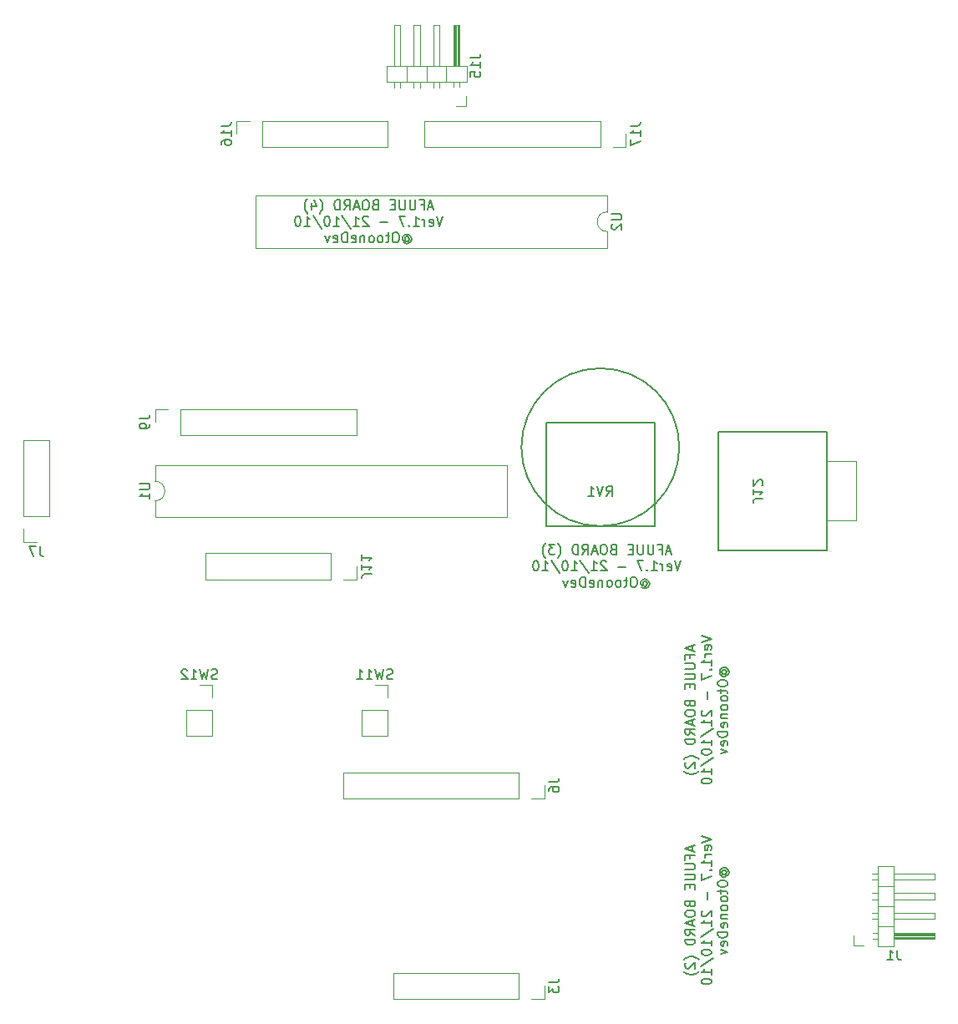
<source format=gbo>
G04 #@! TF.GenerationSoftware,KiCad,Pcbnew,(5.1.8)-1*
G04 #@! TF.CreationDate,2021-10-10T22:10:11+09:00*
G04 #@! TF.ProjectId,windsynth,77696e64-7379-46e7-9468-2e6b69636164,rev?*
G04 #@! TF.SameCoordinates,Original*
G04 #@! TF.FileFunction,Legend,Bot*
G04 #@! TF.FilePolarity,Positive*
%FSLAX46Y46*%
G04 Gerber Fmt 4.6, Leading zero omitted, Abs format (unit mm)*
G04 Created by KiCad (PCBNEW (5.1.8)-1) date 2021-10-10 22:10:11*
%MOMM*%
%LPD*%
G01*
G04 APERTURE LIST*
%ADD10C,0.150000*%
%ADD11C,0.120000*%
G04 APERTURE END LIST*
D10*
X148763809Y-55666666D02*
X148287619Y-55666666D01*
X148859047Y-55952380D02*
X148525714Y-54952380D01*
X148192380Y-55952380D01*
X147525714Y-55428571D02*
X147859047Y-55428571D01*
X147859047Y-55952380D02*
X147859047Y-54952380D01*
X147382857Y-54952380D01*
X147001904Y-54952380D02*
X147001904Y-55761904D01*
X146954285Y-55857142D01*
X146906666Y-55904761D01*
X146811428Y-55952380D01*
X146620952Y-55952380D01*
X146525714Y-55904761D01*
X146478095Y-55857142D01*
X146430476Y-55761904D01*
X146430476Y-54952380D01*
X145954285Y-54952380D02*
X145954285Y-55761904D01*
X145906666Y-55857142D01*
X145859047Y-55904761D01*
X145763809Y-55952380D01*
X145573333Y-55952380D01*
X145478095Y-55904761D01*
X145430476Y-55857142D01*
X145382857Y-55761904D01*
X145382857Y-54952380D01*
X144906666Y-55428571D02*
X144573333Y-55428571D01*
X144430476Y-55952380D02*
X144906666Y-55952380D01*
X144906666Y-54952380D01*
X144430476Y-54952380D01*
X142906666Y-55428571D02*
X142763809Y-55476190D01*
X142716190Y-55523809D01*
X142668571Y-55619047D01*
X142668571Y-55761904D01*
X142716190Y-55857142D01*
X142763809Y-55904761D01*
X142859047Y-55952380D01*
X143240000Y-55952380D01*
X143240000Y-54952380D01*
X142906666Y-54952380D01*
X142811428Y-55000000D01*
X142763809Y-55047619D01*
X142716190Y-55142857D01*
X142716190Y-55238095D01*
X142763809Y-55333333D01*
X142811428Y-55380952D01*
X142906666Y-55428571D01*
X143240000Y-55428571D01*
X142049523Y-54952380D02*
X141859047Y-54952380D01*
X141763809Y-55000000D01*
X141668571Y-55095238D01*
X141620952Y-55285714D01*
X141620952Y-55619047D01*
X141668571Y-55809523D01*
X141763809Y-55904761D01*
X141859047Y-55952380D01*
X142049523Y-55952380D01*
X142144761Y-55904761D01*
X142240000Y-55809523D01*
X142287619Y-55619047D01*
X142287619Y-55285714D01*
X142240000Y-55095238D01*
X142144761Y-55000000D01*
X142049523Y-54952380D01*
X141240000Y-55666666D02*
X140763809Y-55666666D01*
X141335238Y-55952380D02*
X141001904Y-54952380D01*
X140668571Y-55952380D01*
X139763809Y-55952380D02*
X140097142Y-55476190D01*
X140335238Y-55952380D02*
X140335238Y-54952380D01*
X139954285Y-54952380D01*
X139859047Y-55000000D01*
X139811428Y-55047619D01*
X139763809Y-55142857D01*
X139763809Y-55285714D01*
X139811428Y-55380952D01*
X139859047Y-55428571D01*
X139954285Y-55476190D01*
X140335238Y-55476190D01*
X139335238Y-55952380D02*
X139335238Y-54952380D01*
X139097142Y-54952380D01*
X138954285Y-55000000D01*
X138859047Y-55095238D01*
X138811428Y-55190476D01*
X138763809Y-55380952D01*
X138763809Y-55523809D01*
X138811428Y-55714285D01*
X138859047Y-55809523D01*
X138954285Y-55904761D01*
X139097142Y-55952380D01*
X139335238Y-55952380D01*
X137287619Y-56333333D02*
X137335238Y-56285714D01*
X137430476Y-56142857D01*
X137478095Y-56047619D01*
X137525714Y-55904761D01*
X137573333Y-55666666D01*
X137573333Y-55476190D01*
X137525714Y-55238095D01*
X137478095Y-55095238D01*
X137430476Y-55000000D01*
X137335238Y-54857142D01*
X137287619Y-54809523D01*
X136478095Y-55285714D02*
X136478095Y-55952380D01*
X136716190Y-54904761D02*
X136954285Y-55619047D01*
X136335238Y-55619047D01*
X136049523Y-56333333D02*
X136001904Y-56285714D01*
X135906666Y-56142857D01*
X135859047Y-56047619D01*
X135811428Y-55904761D01*
X135763809Y-55666666D01*
X135763809Y-55476190D01*
X135811428Y-55238095D01*
X135859047Y-55095238D01*
X135906666Y-55000000D01*
X136001904Y-54857142D01*
X136049523Y-54809523D01*
X149787619Y-56602380D02*
X149454285Y-57602380D01*
X149120952Y-56602380D01*
X148406666Y-57554761D02*
X148501904Y-57602380D01*
X148692380Y-57602380D01*
X148787619Y-57554761D01*
X148835238Y-57459523D01*
X148835238Y-57078571D01*
X148787619Y-56983333D01*
X148692380Y-56935714D01*
X148501904Y-56935714D01*
X148406666Y-56983333D01*
X148359047Y-57078571D01*
X148359047Y-57173809D01*
X148835238Y-57269047D01*
X147930476Y-57602380D02*
X147930476Y-56935714D01*
X147930476Y-57126190D02*
X147882857Y-57030952D01*
X147835238Y-56983333D01*
X147740000Y-56935714D01*
X147644761Y-56935714D01*
X146787619Y-57602380D02*
X147359047Y-57602380D01*
X147073333Y-57602380D02*
X147073333Y-56602380D01*
X147168571Y-56745238D01*
X147263809Y-56840476D01*
X147359047Y-56888095D01*
X146359047Y-57507142D02*
X146311428Y-57554761D01*
X146359047Y-57602380D01*
X146406666Y-57554761D01*
X146359047Y-57507142D01*
X146359047Y-57602380D01*
X145978095Y-56602380D02*
X145311428Y-56602380D01*
X145740000Y-57602380D01*
X144168571Y-57221428D02*
X143406666Y-57221428D01*
X142216190Y-56697619D02*
X142168571Y-56650000D01*
X142073333Y-56602380D01*
X141835238Y-56602380D01*
X141740000Y-56650000D01*
X141692380Y-56697619D01*
X141644761Y-56792857D01*
X141644761Y-56888095D01*
X141692380Y-57030952D01*
X142263809Y-57602380D01*
X141644761Y-57602380D01*
X140692380Y-57602380D02*
X141263809Y-57602380D01*
X140978095Y-57602380D02*
X140978095Y-56602380D01*
X141073333Y-56745238D01*
X141168571Y-56840476D01*
X141263809Y-56888095D01*
X139549523Y-56554761D02*
X140406666Y-57840476D01*
X138692380Y-57602380D02*
X139263809Y-57602380D01*
X138978095Y-57602380D02*
X138978095Y-56602380D01*
X139073333Y-56745238D01*
X139168571Y-56840476D01*
X139263809Y-56888095D01*
X138073333Y-56602380D02*
X137978095Y-56602380D01*
X137882857Y-56650000D01*
X137835238Y-56697619D01*
X137787619Y-56792857D01*
X137740000Y-56983333D01*
X137740000Y-57221428D01*
X137787619Y-57411904D01*
X137835238Y-57507142D01*
X137882857Y-57554761D01*
X137978095Y-57602380D01*
X138073333Y-57602380D01*
X138168571Y-57554761D01*
X138216190Y-57507142D01*
X138263809Y-57411904D01*
X138311428Y-57221428D01*
X138311428Y-56983333D01*
X138263809Y-56792857D01*
X138216190Y-56697619D01*
X138168571Y-56650000D01*
X138073333Y-56602380D01*
X136597142Y-56554761D02*
X137454285Y-57840476D01*
X135740000Y-57602380D02*
X136311428Y-57602380D01*
X136025714Y-57602380D02*
X136025714Y-56602380D01*
X136120952Y-56745238D01*
X136216190Y-56840476D01*
X136311428Y-56888095D01*
X135120952Y-56602380D02*
X135025714Y-56602380D01*
X134930476Y-56650000D01*
X134882857Y-56697619D01*
X134835238Y-56792857D01*
X134787619Y-56983333D01*
X134787619Y-57221428D01*
X134835238Y-57411904D01*
X134882857Y-57507142D01*
X134930476Y-57554761D01*
X135025714Y-57602380D01*
X135120952Y-57602380D01*
X135216190Y-57554761D01*
X135263809Y-57507142D01*
X135311428Y-57411904D01*
X135359047Y-57221428D01*
X135359047Y-56983333D01*
X135311428Y-56792857D01*
X135263809Y-56697619D01*
X135216190Y-56650000D01*
X135120952Y-56602380D01*
X145930476Y-58776190D02*
X145978095Y-58728571D01*
X146073333Y-58680952D01*
X146168571Y-58680952D01*
X146263809Y-58728571D01*
X146311428Y-58776190D01*
X146359047Y-58871428D01*
X146359047Y-58966666D01*
X146311428Y-59061904D01*
X146263809Y-59109523D01*
X146168571Y-59157142D01*
X146073333Y-59157142D01*
X145978095Y-59109523D01*
X145930476Y-59061904D01*
X145930476Y-58680952D02*
X145930476Y-59061904D01*
X145882857Y-59109523D01*
X145835238Y-59109523D01*
X145740000Y-59061904D01*
X145692380Y-58966666D01*
X145692380Y-58728571D01*
X145787619Y-58585714D01*
X145930476Y-58490476D01*
X146120952Y-58442857D01*
X146311428Y-58490476D01*
X146454285Y-58585714D01*
X146549523Y-58728571D01*
X146597142Y-58919047D01*
X146549523Y-59109523D01*
X146454285Y-59252380D01*
X146311428Y-59347619D01*
X146120952Y-59395238D01*
X145930476Y-59347619D01*
X145787619Y-59252380D01*
X145073333Y-58252380D02*
X144882857Y-58252380D01*
X144787619Y-58300000D01*
X144692380Y-58395238D01*
X144644761Y-58585714D01*
X144644761Y-58919047D01*
X144692380Y-59109523D01*
X144787619Y-59204761D01*
X144882857Y-59252380D01*
X145073333Y-59252380D01*
X145168571Y-59204761D01*
X145263809Y-59109523D01*
X145311428Y-58919047D01*
X145311428Y-58585714D01*
X145263809Y-58395238D01*
X145168571Y-58300000D01*
X145073333Y-58252380D01*
X144359047Y-58585714D02*
X143978095Y-58585714D01*
X144216190Y-58252380D02*
X144216190Y-59109523D01*
X144168571Y-59204761D01*
X144073333Y-59252380D01*
X143978095Y-59252380D01*
X143501904Y-59252380D02*
X143597142Y-59204761D01*
X143644761Y-59157142D01*
X143692380Y-59061904D01*
X143692380Y-58776190D01*
X143644761Y-58680952D01*
X143597142Y-58633333D01*
X143501904Y-58585714D01*
X143359047Y-58585714D01*
X143263809Y-58633333D01*
X143216190Y-58680952D01*
X143168571Y-58776190D01*
X143168571Y-59061904D01*
X143216190Y-59157142D01*
X143263809Y-59204761D01*
X143359047Y-59252380D01*
X143501904Y-59252380D01*
X142597142Y-59252380D02*
X142692380Y-59204761D01*
X142740000Y-59157142D01*
X142787619Y-59061904D01*
X142787619Y-58776190D01*
X142740000Y-58680952D01*
X142692380Y-58633333D01*
X142597142Y-58585714D01*
X142454285Y-58585714D01*
X142359047Y-58633333D01*
X142311428Y-58680952D01*
X142263809Y-58776190D01*
X142263809Y-59061904D01*
X142311428Y-59157142D01*
X142359047Y-59204761D01*
X142454285Y-59252380D01*
X142597142Y-59252380D01*
X141835238Y-58585714D02*
X141835238Y-59252380D01*
X141835238Y-58680952D02*
X141787619Y-58633333D01*
X141692380Y-58585714D01*
X141549523Y-58585714D01*
X141454285Y-58633333D01*
X141406666Y-58728571D01*
X141406666Y-59252380D01*
X140549523Y-59204761D02*
X140644761Y-59252380D01*
X140835238Y-59252380D01*
X140930476Y-59204761D01*
X140978095Y-59109523D01*
X140978095Y-58728571D01*
X140930476Y-58633333D01*
X140835238Y-58585714D01*
X140644761Y-58585714D01*
X140549523Y-58633333D01*
X140501904Y-58728571D01*
X140501904Y-58823809D01*
X140978095Y-58919047D01*
X140073333Y-59252380D02*
X140073333Y-58252380D01*
X139835238Y-58252380D01*
X139692380Y-58300000D01*
X139597142Y-58395238D01*
X139549523Y-58490476D01*
X139501904Y-58680952D01*
X139501904Y-58823809D01*
X139549523Y-59014285D01*
X139597142Y-59109523D01*
X139692380Y-59204761D01*
X139835238Y-59252380D01*
X140073333Y-59252380D01*
X138692380Y-59204761D02*
X138787619Y-59252380D01*
X138978095Y-59252380D01*
X139073333Y-59204761D01*
X139120952Y-59109523D01*
X139120952Y-58728571D01*
X139073333Y-58633333D01*
X138978095Y-58585714D01*
X138787619Y-58585714D01*
X138692380Y-58633333D01*
X138644761Y-58728571D01*
X138644761Y-58823809D01*
X139120952Y-58919047D01*
X138311428Y-58585714D02*
X138073333Y-59252380D01*
X137835238Y-58585714D01*
X175046666Y-120476190D02*
X175046666Y-120952380D01*
X175332380Y-120380952D02*
X174332380Y-120714285D01*
X175332380Y-121047619D01*
X174808571Y-121714285D02*
X174808571Y-121380952D01*
X175332380Y-121380952D02*
X174332380Y-121380952D01*
X174332380Y-121857142D01*
X174332380Y-122238095D02*
X175141904Y-122238095D01*
X175237142Y-122285714D01*
X175284761Y-122333333D01*
X175332380Y-122428571D01*
X175332380Y-122619047D01*
X175284761Y-122714285D01*
X175237142Y-122761904D01*
X175141904Y-122809523D01*
X174332380Y-122809523D01*
X174332380Y-123285714D02*
X175141904Y-123285714D01*
X175237142Y-123333333D01*
X175284761Y-123380952D01*
X175332380Y-123476190D01*
X175332380Y-123666666D01*
X175284761Y-123761904D01*
X175237142Y-123809523D01*
X175141904Y-123857142D01*
X174332380Y-123857142D01*
X174808571Y-124333333D02*
X174808571Y-124666666D01*
X175332380Y-124809523D02*
X175332380Y-124333333D01*
X174332380Y-124333333D01*
X174332380Y-124809523D01*
X174808571Y-126333333D02*
X174856190Y-126476190D01*
X174903809Y-126523809D01*
X174999047Y-126571428D01*
X175141904Y-126571428D01*
X175237142Y-126523809D01*
X175284761Y-126476190D01*
X175332380Y-126380952D01*
X175332380Y-126000000D01*
X174332380Y-126000000D01*
X174332380Y-126333333D01*
X174380000Y-126428571D01*
X174427619Y-126476190D01*
X174522857Y-126523809D01*
X174618095Y-126523809D01*
X174713333Y-126476190D01*
X174760952Y-126428571D01*
X174808571Y-126333333D01*
X174808571Y-126000000D01*
X174332380Y-127190476D02*
X174332380Y-127380952D01*
X174380000Y-127476190D01*
X174475238Y-127571428D01*
X174665714Y-127619047D01*
X174999047Y-127619047D01*
X175189523Y-127571428D01*
X175284761Y-127476190D01*
X175332380Y-127380952D01*
X175332380Y-127190476D01*
X175284761Y-127095238D01*
X175189523Y-127000000D01*
X174999047Y-126952380D01*
X174665714Y-126952380D01*
X174475238Y-127000000D01*
X174380000Y-127095238D01*
X174332380Y-127190476D01*
X175046666Y-128000000D02*
X175046666Y-128476190D01*
X175332380Y-127904761D02*
X174332380Y-128238095D01*
X175332380Y-128571428D01*
X175332380Y-129476190D02*
X174856190Y-129142857D01*
X175332380Y-128904761D02*
X174332380Y-128904761D01*
X174332380Y-129285714D01*
X174380000Y-129380952D01*
X174427619Y-129428571D01*
X174522857Y-129476190D01*
X174665714Y-129476190D01*
X174760952Y-129428571D01*
X174808571Y-129380952D01*
X174856190Y-129285714D01*
X174856190Y-128904761D01*
X175332380Y-129904761D02*
X174332380Y-129904761D01*
X174332380Y-130142857D01*
X174380000Y-130285714D01*
X174475238Y-130380952D01*
X174570476Y-130428571D01*
X174760952Y-130476190D01*
X174903809Y-130476190D01*
X175094285Y-130428571D01*
X175189523Y-130380952D01*
X175284761Y-130285714D01*
X175332380Y-130142857D01*
X175332380Y-129904761D01*
X175713333Y-131952380D02*
X175665714Y-131904761D01*
X175522857Y-131809523D01*
X175427619Y-131761904D01*
X175284761Y-131714285D01*
X175046666Y-131666666D01*
X174856190Y-131666666D01*
X174618095Y-131714285D01*
X174475238Y-131761904D01*
X174380000Y-131809523D01*
X174237142Y-131904761D01*
X174189523Y-131952380D01*
X174427619Y-132285714D02*
X174380000Y-132333333D01*
X174332380Y-132428571D01*
X174332380Y-132666666D01*
X174380000Y-132761904D01*
X174427619Y-132809523D01*
X174522857Y-132857142D01*
X174618095Y-132857142D01*
X174760952Y-132809523D01*
X175332380Y-132238095D01*
X175332380Y-132857142D01*
X175713333Y-133190476D02*
X175665714Y-133238095D01*
X175522857Y-133333333D01*
X175427619Y-133380952D01*
X175284761Y-133428571D01*
X175046666Y-133476190D01*
X174856190Y-133476190D01*
X174618095Y-133428571D01*
X174475238Y-133380952D01*
X174380000Y-133333333D01*
X174237142Y-133238095D01*
X174189523Y-133190476D01*
X175982380Y-119452380D02*
X176982380Y-119785714D01*
X175982380Y-120119047D01*
X176934761Y-120833333D02*
X176982380Y-120738095D01*
X176982380Y-120547619D01*
X176934761Y-120452380D01*
X176839523Y-120404761D01*
X176458571Y-120404761D01*
X176363333Y-120452380D01*
X176315714Y-120547619D01*
X176315714Y-120738095D01*
X176363333Y-120833333D01*
X176458571Y-120880952D01*
X176553809Y-120880952D01*
X176649047Y-120404761D01*
X176982380Y-121309523D02*
X176315714Y-121309523D01*
X176506190Y-121309523D02*
X176410952Y-121357142D01*
X176363333Y-121404761D01*
X176315714Y-121500000D01*
X176315714Y-121595238D01*
X176982380Y-122452380D02*
X176982380Y-121880952D01*
X176982380Y-122166666D02*
X175982380Y-122166666D01*
X176125238Y-122071428D01*
X176220476Y-121976190D01*
X176268095Y-121880952D01*
X176887142Y-122880952D02*
X176934761Y-122928571D01*
X176982380Y-122880952D01*
X176934761Y-122833333D01*
X176887142Y-122880952D01*
X176982380Y-122880952D01*
X175982380Y-123261904D02*
X175982380Y-123928571D01*
X176982380Y-123500000D01*
X176601428Y-125071428D02*
X176601428Y-125833333D01*
X176077619Y-127023809D02*
X176030000Y-127071428D01*
X175982380Y-127166666D01*
X175982380Y-127404761D01*
X176030000Y-127500000D01*
X176077619Y-127547619D01*
X176172857Y-127595238D01*
X176268095Y-127595238D01*
X176410952Y-127547619D01*
X176982380Y-126976190D01*
X176982380Y-127595238D01*
X176982380Y-128547619D02*
X176982380Y-127976190D01*
X176982380Y-128261904D02*
X175982380Y-128261904D01*
X176125238Y-128166666D01*
X176220476Y-128071428D01*
X176268095Y-127976190D01*
X175934761Y-129690476D02*
X177220476Y-128833333D01*
X176982380Y-130547619D02*
X176982380Y-129976190D01*
X176982380Y-130261904D02*
X175982380Y-130261904D01*
X176125238Y-130166666D01*
X176220476Y-130071428D01*
X176268095Y-129976190D01*
X175982380Y-131166666D02*
X175982380Y-131261904D01*
X176030000Y-131357142D01*
X176077619Y-131404761D01*
X176172857Y-131452380D01*
X176363333Y-131500000D01*
X176601428Y-131500000D01*
X176791904Y-131452380D01*
X176887142Y-131404761D01*
X176934761Y-131357142D01*
X176982380Y-131261904D01*
X176982380Y-131166666D01*
X176934761Y-131071428D01*
X176887142Y-131023809D01*
X176791904Y-130976190D01*
X176601428Y-130928571D01*
X176363333Y-130928571D01*
X176172857Y-130976190D01*
X176077619Y-131023809D01*
X176030000Y-131071428D01*
X175982380Y-131166666D01*
X175934761Y-132642857D02*
X177220476Y-131785714D01*
X176982380Y-133500000D02*
X176982380Y-132928571D01*
X176982380Y-133214285D02*
X175982380Y-133214285D01*
X176125238Y-133119047D01*
X176220476Y-133023809D01*
X176268095Y-132928571D01*
X175982380Y-134119047D02*
X175982380Y-134214285D01*
X176030000Y-134309523D01*
X176077619Y-134357142D01*
X176172857Y-134404761D01*
X176363333Y-134452380D01*
X176601428Y-134452380D01*
X176791904Y-134404761D01*
X176887142Y-134357142D01*
X176934761Y-134309523D01*
X176982380Y-134214285D01*
X176982380Y-134119047D01*
X176934761Y-134023809D01*
X176887142Y-133976190D01*
X176791904Y-133928571D01*
X176601428Y-133880952D01*
X176363333Y-133880952D01*
X176172857Y-133928571D01*
X176077619Y-133976190D01*
X176030000Y-134023809D01*
X175982380Y-134119047D01*
X178156190Y-123309523D02*
X178108571Y-123261904D01*
X178060952Y-123166666D01*
X178060952Y-123071428D01*
X178108571Y-122976190D01*
X178156190Y-122928571D01*
X178251428Y-122880952D01*
X178346666Y-122880952D01*
X178441904Y-122928571D01*
X178489523Y-122976190D01*
X178537142Y-123071428D01*
X178537142Y-123166666D01*
X178489523Y-123261904D01*
X178441904Y-123309523D01*
X178060952Y-123309523D02*
X178441904Y-123309523D01*
X178489523Y-123357142D01*
X178489523Y-123404761D01*
X178441904Y-123500000D01*
X178346666Y-123547619D01*
X178108571Y-123547619D01*
X177965714Y-123452380D01*
X177870476Y-123309523D01*
X177822857Y-123119047D01*
X177870476Y-122928571D01*
X177965714Y-122785714D01*
X178108571Y-122690476D01*
X178299047Y-122642857D01*
X178489523Y-122690476D01*
X178632380Y-122785714D01*
X178727619Y-122928571D01*
X178775238Y-123119047D01*
X178727619Y-123309523D01*
X178632380Y-123452380D01*
X177632380Y-124166666D02*
X177632380Y-124357142D01*
X177680000Y-124452380D01*
X177775238Y-124547619D01*
X177965714Y-124595238D01*
X178299047Y-124595238D01*
X178489523Y-124547619D01*
X178584761Y-124452380D01*
X178632380Y-124357142D01*
X178632380Y-124166666D01*
X178584761Y-124071428D01*
X178489523Y-123976190D01*
X178299047Y-123928571D01*
X177965714Y-123928571D01*
X177775238Y-123976190D01*
X177680000Y-124071428D01*
X177632380Y-124166666D01*
X177965714Y-124880952D02*
X177965714Y-125261904D01*
X177632380Y-125023809D02*
X178489523Y-125023809D01*
X178584761Y-125071428D01*
X178632380Y-125166666D01*
X178632380Y-125261904D01*
X178632380Y-125738095D02*
X178584761Y-125642857D01*
X178537142Y-125595238D01*
X178441904Y-125547619D01*
X178156190Y-125547619D01*
X178060952Y-125595238D01*
X178013333Y-125642857D01*
X177965714Y-125738095D01*
X177965714Y-125880952D01*
X178013333Y-125976190D01*
X178060952Y-126023809D01*
X178156190Y-126071428D01*
X178441904Y-126071428D01*
X178537142Y-126023809D01*
X178584761Y-125976190D01*
X178632380Y-125880952D01*
X178632380Y-125738095D01*
X178632380Y-126642857D02*
X178584761Y-126547619D01*
X178537142Y-126500000D01*
X178441904Y-126452380D01*
X178156190Y-126452380D01*
X178060952Y-126500000D01*
X178013333Y-126547619D01*
X177965714Y-126642857D01*
X177965714Y-126785714D01*
X178013333Y-126880952D01*
X178060952Y-126928571D01*
X178156190Y-126976190D01*
X178441904Y-126976190D01*
X178537142Y-126928571D01*
X178584761Y-126880952D01*
X178632380Y-126785714D01*
X178632380Y-126642857D01*
X177965714Y-127404761D02*
X178632380Y-127404761D01*
X178060952Y-127404761D02*
X178013333Y-127452380D01*
X177965714Y-127547619D01*
X177965714Y-127690476D01*
X178013333Y-127785714D01*
X178108571Y-127833333D01*
X178632380Y-127833333D01*
X178584761Y-128690476D02*
X178632380Y-128595238D01*
X178632380Y-128404761D01*
X178584761Y-128309523D01*
X178489523Y-128261904D01*
X178108571Y-128261904D01*
X178013333Y-128309523D01*
X177965714Y-128404761D01*
X177965714Y-128595238D01*
X178013333Y-128690476D01*
X178108571Y-128738095D01*
X178203809Y-128738095D01*
X178299047Y-128261904D01*
X178632380Y-129166666D02*
X177632380Y-129166666D01*
X177632380Y-129404761D01*
X177680000Y-129547619D01*
X177775238Y-129642857D01*
X177870476Y-129690476D01*
X178060952Y-129738095D01*
X178203809Y-129738095D01*
X178394285Y-129690476D01*
X178489523Y-129642857D01*
X178584761Y-129547619D01*
X178632380Y-129404761D01*
X178632380Y-129166666D01*
X178584761Y-130547619D02*
X178632380Y-130452380D01*
X178632380Y-130261904D01*
X178584761Y-130166666D01*
X178489523Y-130119047D01*
X178108571Y-130119047D01*
X178013333Y-130166666D01*
X177965714Y-130261904D01*
X177965714Y-130452380D01*
X178013333Y-130547619D01*
X178108571Y-130595238D01*
X178203809Y-130595238D01*
X178299047Y-130119047D01*
X177965714Y-130928571D02*
X178632380Y-131166666D01*
X177965714Y-131404761D01*
X175046666Y-100156190D02*
X175046666Y-100632380D01*
X175332380Y-100060952D02*
X174332380Y-100394285D01*
X175332380Y-100727619D01*
X174808571Y-101394285D02*
X174808571Y-101060952D01*
X175332380Y-101060952D02*
X174332380Y-101060952D01*
X174332380Y-101537142D01*
X174332380Y-101918095D02*
X175141904Y-101918095D01*
X175237142Y-101965714D01*
X175284761Y-102013333D01*
X175332380Y-102108571D01*
X175332380Y-102299047D01*
X175284761Y-102394285D01*
X175237142Y-102441904D01*
X175141904Y-102489523D01*
X174332380Y-102489523D01*
X174332380Y-102965714D02*
X175141904Y-102965714D01*
X175237142Y-103013333D01*
X175284761Y-103060952D01*
X175332380Y-103156190D01*
X175332380Y-103346666D01*
X175284761Y-103441904D01*
X175237142Y-103489523D01*
X175141904Y-103537142D01*
X174332380Y-103537142D01*
X174808571Y-104013333D02*
X174808571Y-104346666D01*
X175332380Y-104489523D02*
X175332380Y-104013333D01*
X174332380Y-104013333D01*
X174332380Y-104489523D01*
X174808571Y-106013333D02*
X174856190Y-106156190D01*
X174903809Y-106203809D01*
X174999047Y-106251428D01*
X175141904Y-106251428D01*
X175237142Y-106203809D01*
X175284761Y-106156190D01*
X175332380Y-106060952D01*
X175332380Y-105680000D01*
X174332380Y-105680000D01*
X174332380Y-106013333D01*
X174380000Y-106108571D01*
X174427619Y-106156190D01*
X174522857Y-106203809D01*
X174618095Y-106203809D01*
X174713333Y-106156190D01*
X174760952Y-106108571D01*
X174808571Y-106013333D01*
X174808571Y-105680000D01*
X174332380Y-106870476D02*
X174332380Y-107060952D01*
X174380000Y-107156190D01*
X174475238Y-107251428D01*
X174665714Y-107299047D01*
X174999047Y-107299047D01*
X175189523Y-107251428D01*
X175284761Y-107156190D01*
X175332380Y-107060952D01*
X175332380Y-106870476D01*
X175284761Y-106775238D01*
X175189523Y-106680000D01*
X174999047Y-106632380D01*
X174665714Y-106632380D01*
X174475238Y-106680000D01*
X174380000Y-106775238D01*
X174332380Y-106870476D01*
X175046666Y-107680000D02*
X175046666Y-108156190D01*
X175332380Y-107584761D02*
X174332380Y-107918095D01*
X175332380Y-108251428D01*
X175332380Y-109156190D02*
X174856190Y-108822857D01*
X175332380Y-108584761D02*
X174332380Y-108584761D01*
X174332380Y-108965714D01*
X174380000Y-109060952D01*
X174427619Y-109108571D01*
X174522857Y-109156190D01*
X174665714Y-109156190D01*
X174760952Y-109108571D01*
X174808571Y-109060952D01*
X174856190Y-108965714D01*
X174856190Y-108584761D01*
X175332380Y-109584761D02*
X174332380Y-109584761D01*
X174332380Y-109822857D01*
X174380000Y-109965714D01*
X174475238Y-110060952D01*
X174570476Y-110108571D01*
X174760952Y-110156190D01*
X174903809Y-110156190D01*
X175094285Y-110108571D01*
X175189523Y-110060952D01*
X175284761Y-109965714D01*
X175332380Y-109822857D01*
X175332380Y-109584761D01*
X175713333Y-111632380D02*
X175665714Y-111584761D01*
X175522857Y-111489523D01*
X175427619Y-111441904D01*
X175284761Y-111394285D01*
X175046666Y-111346666D01*
X174856190Y-111346666D01*
X174618095Y-111394285D01*
X174475238Y-111441904D01*
X174380000Y-111489523D01*
X174237142Y-111584761D01*
X174189523Y-111632380D01*
X174427619Y-111965714D02*
X174380000Y-112013333D01*
X174332380Y-112108571D01*
X174332380Y-112346666D01*
X174380000Y-112441904D01*
X174427619Y-112489523D01*
X174522857Y-112537142D01*
X174618095Y-112537142D01*
X174760952Y-112489523D01*
X175332380Y-111918095D01*
X175332380Y-112537142D01*
X175713333Y-112870476D02*
X175665714Y-112918095D01*
X175522857Y-113013333D01*
X175427619Y-113060952D01*
X175284761Y-113108571D01*
X175046666Y-113156190D01*
X174856190Y-113156190D01*
X174618095Y-113108571D01*
X174475238Y-113060952D01*
X174380000Y-113013333D01*
X174237142Y-112918095D01*
X174189523Y-112870476D01*
X175982380Y-99132380D02*
X176982380Y-99465714D01*
X175982380Y-99799047D01*
X176934761Y-100513333D02*
X176982380Y-100418095D01*
X176982380Y-100227619D01*
X176934761Y-100132380D01*
X176839523Y-100084761D01*
X176458571Y-100084761D01*
X176363333Y-100132380D01*
X176315714Y-100227619D01*
X176315714Y-100418095D01*
X176363333Y-100513333D01*
X176458571Y-100560952D01*
X176553809Y-100560952D01*
X176649047Y-100084761D01*
X176982380Y-100989523D02*
X176315714Y-100989523D01*
X176506190Y-100989523D02*
X176410952Y-101037142D01*
X176363333Y-101084761D01*
X176315714Y-101180000D01*
X176315714Y-101275238D01*
X176982380Y-102132380D02*
X176982380Y-101560952D01*
X176982380Y-101846666D02*
X175982380Y-101846666D01*
X176125238Y-101751428D01*
X176220476Y-101656190D01*
X176268095Y-101560952D01*
X176887142Y-102560952D02*
X176934761Y-102608571D01*
X176982380Y-102560952D01*
X176934761Y-102513333D01*
X176887142Y-102560952D01*
X176982380Y-102560952D01*
X175982380Y-102941904D02*
X175982380Y-103608571D01*
X176982380Y-103180000D01*
X176601428Y-104751428D02*
X176601428Y-105513333D01*
X176077619Y-106703809D02*
X176030000Y-106751428D01*
X175982380Y-106846666D01*
X175982380Y-107084761D01*
X176030000Y-107180000D01*
X176077619Y-107227619D01*
X176172857Y-107275238D01*
X176268095Y-107275238D01*
X176410952Y-107227619D01*
X176982380Y-106656190D01*
X176982380Y-107275238D01*
X176982380Y-108227619D02*
X176982380Y-107656190D01*
X176982380Y-107941904D02*
X175982380Y-107941904D01*
X176125238Y-107846666D01*
X176220476Y-107751428D01*
X176268095Y-107656190D01*
X175934761Y-109370476D02*
X177220476Y-108513333D01*
X176982380Y-110227619D02*
X176982380Y-109656190D01*
X176982380Y-109941904D02*
X175982380Y-109941904D01*
X176125238Y-109846666D01*
X176220476Y-109751428D01*
X176268095Y-109656190D01*
X175982380Y-110846666D02*
X175982380Y-110941904D01*
X176030000Y-111037142D01*
X176077619Y-111084761D01*
X176172857Y-111132380D01*
X176363333Y-111180000D01*
X176601428Y-111180000D01*
X176791904Y-111132380D01*
X176887142Y-111084761D01*
X176934761Y-111037142D01*
X176982380Y-110941904D01*
X176982380Y-110846666D01*
X176934761Y-110751428D01*
X176887142Y-110703809D01*
X176791904Y-110656190D01*
X176601428Y-110608571D01*
X176363333Y-110608571D01*
X176172857Y-110656190D01*
X176077619Y-110703809D01*
X176030000Y-110751428D01*
X175982380Y-110846666D01*
X175934761Y-112322857D02*
X177220476Y-111465714D01*
X176982380Y-113180000D02*
X176982380Y-112608571D01*
X176982380Y-112894285D02*
X175982380Y-112894285D01*
X176125238Y-112799047D01*
X176220476Y-112703809D01*
X176268095Y-112608571D01*
X175982380Y-113799047D02*
X175982380Y-113894285D01*
X176030000Y-113989523D01*
X176077619Y-114037142D01*
X176172857Y-114084761D01*
X176363333Y-114132380D01*
X176601428Y-114132380D01*
X176791904Y-114084761D01*
X176887142Y-114037142D01*
X176934761Y-113989523D01*
X176982380Y-113894285D01*
X176982380Y-113799047D01*
X176934761Y-113703809D01*
X176887142Y-113656190D01*
X176791904Y-113608571D01*
X176601428Y-113560952D01*
X176363333Y-113560952D01*
X176172857Y-113608571D01*
X176077619Y-113656190D01*
X176030000Y-113703809D01*
X175982380Y-113799047D01*
X178156190Y-102989523D02*
X178108571Y-102941904D01*
X178060952Y-102846666D01*
X178060952Y-102751428D01*
X178108571Y-102656190D01*
X178156190Y-102608571D01*
X178251428Y-102560952D01*
X178346666Y-102560952D01*
X178441904Y-102608571D01*
X178489523Y-102656190D01*
X178537142Y-102751428D01*
X178537142Y-102846666D01*
X178489523Y-102941904D01*
X178441904Y-102989523D01*
X178060952Y-102989523D02*
X178441904Y-102989523D01*
X178489523Y-103037142D01*
X178489523Y-103084761D01*
X178441904Y-103180000D01*
X178346666Y-103227619D01*
X178108571Y-103227619D01*
X177965714Y-103132380D01*
X177870476Y-102989523D01*
X177822857Y-102799047D01*
X177870476Y-102608571D01*
X177965714Y-102465714D01*
X178108571Y-102370476D01*
X178299047Y-102322857D01*
X178489523Y-102370476D01*
X178632380Y-102465714D01*
X178727619Y-102608571D01*
X178775238Y-102799047D01*
X178727619Y-102989523D01*
X178632380Y-103132380D01*
X177632380Y-103846666D02*
X177632380Y-104037142D01*
X177680000Y-104132380D01*
X177775238Y-104227619D01*
X177965714Y-104275238D01*
X178299047Y-104275238D01*
X178489523Y-104227619D01*
X178584761Y-104132380D01*
X178632380Y-104037142D01*
X178632380Y-103846666D01*
X178584761Y-103751428D01*
X178489523Y-103656190D01*
X178299047Y-103608571D01*
X177965714Y-103608571D01*
X177775238Y-103656190D01*
X177680000Y-103751428D01*
X177632380Y-103846666D01*
X177965714Y-104560952D02*
X177965714Y-104941904D01*
X177632380Y-104703809D02*
X178489523Y-104703809D01*
X178584761Y-104751428D01*
X178632380Y-104846666D01*
X178632380Y-104941904D01*
X178632380Y-105418095D02*
X178584761Y-105322857D01*
X178537142Y-105275238D01*
X178441904Y-105227619D01*
X178156190Y-105227619D01*
X178060952Y-105275238D01*
X178013333Y-105322857D01*
X177965714Y-105418095D01*
X177965714Y-105560952D01*
X178013333Y-105656190D01*
X178060952Y-105703809D01*
X178156190Y-105751428D01*
X178441904Y-105751428D01*
X178537142Y-105703809D01*
X178584761Y-105656190D01*
X178632380Y-105560952D01*
X178632380Y-105418095D01*
X178632380Y-106322857D02*
X178584761Y-106227619D01*
X178537142Y-106180000D01*
X178441904Y-106132380D01*
X178156190Y-106132380D01*
X178060952Y-106180000D01*
X178013333Y-106227619D01*
X177965714Y-106322857D01*
X177965714Y-106465714D01*
X178013333Y-106560952D01*
X178060952Y-106608571D01*
X178156190Y-106656190D01*
X178441904Y-106656190D01*
X178537142Y-106608571D01*
X178584761Y-106560952D01*
X178632380Y-106465714D01*
X178632380Y-106322857D01*
X177965714Y-107084761D02*
X178632380Y-107084761D01*
X178060952Y-107084761D02*
X178013333Y-107132380D01*
X177965714Y-107227619D01*
X177965714Y-107370476D01*
X178013333Y-107465714D01*
X178108571Y-107513333D01*
X178632380Y-107513333D01*
X178584761Y-108370476D02*
X178632380Y-108275238D01*
X178632380Y-108084761D01*
X178584761Y-107989523D01*
X178489523Y-107941904D01*
X178108571Y-107941904D01*
X178013333Y-107989523D01*
X177965714Y-108084761D01*
X177965714Y-108275238D01*
X178013333Y-108370476D01*
X178108571Y-108418095D01*
X178203809Y-108418095D01*
X178299047Y-107941904D01*
X178632380Y-108846666D02*
X177632380Y-108846666D01*
X177632380Y-109084761D01*
X177680000Y-109227619D01*
X177775238Y-109322857D01*
X177870476Y-109370476D01*
X178060952Y-109418095D01*
X178203809Y-109418095D01*
X178394285Y-109370476D01*
X178489523Y-109322857D01*
X178584761Y-109227619D01*
X178632380Y-109084761D01*
X178632380Y-108846666D01*
X178584761Y-110227619D02*
X178632380Y-110132380D01*
X178632380Y-109941904D01*
X178584761Y-109846666D01*
X178489523Y-109799047D01*
X178108571Y-109799047D01*
X178013333Y-109846666D01*
X177965714Y-109941904D01*
X177965714Y-110132380D01*
X178013333Y-110227619D01*
X178108571Y-110275238D01*
X178203809Y-110275238D01*
X178299047Y-109799047D01*
X177965714Y-110608571D02*
X178632380Y-110846666D01*
X177965714Y-111084761D01*
X172893809Y-90591666D02*
X172417619Y-90591666D01*
X172989047Y-90877380D02*
X172655714Y-89877380D01*
X172322380Y-90877380D01*
X171655714Y-90353571D02*
X171989047Y-90353571D01*
X171989047Y-90877380D02*
X171989047Y-89877380D01*
X171512857Y-89877380D01*
X171131904Y-89877380D02*
X171131904Y-90686904D01*
X171084285Y-90782142D01*
X171036666Y-90829761D01*
X170941428Y-90877380D01*
X170750952Y-90877380D01*
X170655714Y-90829761D01*
X170608095Y-90782142D01*
X170560476Y-90686904D01*
X170560476Y-89877380D01*
X170084285Y-89877380D02*
X170084285Y-90686904D01*
X170036666Y-90782142D01*
X169989047Y-90829761D01*
X169893809Y-90877380D01*
X169703333Y-90877380D01*
X169608095Y-90829761D01*
X169560476Y-90782142D01*
X169512857Y-90686904D01*
X169512857Y-89877380D01*
X169036666Y-90353571D02*
X168703333Y-90353571D01*
X168560476Y-90877380D02*
X169036666Y-90877380D01*
X169036666Y-89877380D01*
X168560476Y-89877380D01*
X167036666Y-90353571D02*
X166893809Y-90401190D01*
X166846190Y-90448809D01*
X166798571Y-90544047D01*
X166798571Y-90686904D01*
X166846190Y-90782142D01*
X166893809Y-90829761D01*
X166989047Y-90877380D01*
X167370000Y-90877380D01*
X167370000Y-89877380D01*
X167036666Y-89877380D01*
X166941428Y-89925000D01*
X166893809Y-89972619D01*
X166846190Y-90067857D01*
X166846190Y-90163095D01*
X166893809Y-90258333D01*
X166941428Y-90305952D01*
X167036666Y-90353571D01*
X167370000Y-90353571D01*
X166179523Y-89877380D02*
X165989047Y-89877380D01*
X165893809Y-89925000D01*
X165798571Y-90020238D01*
X165750952Y-90210714D01*
X165750952Y-90544047D01*
X165798571Y-90734523D01*
X165893809Y-90829761D01*
X165989047Y-90877380D01*
X166179523Y-90877380D01*
X166274761Y-90829761D01*
X166370000Y-90734523D01*
X166417619Y-90544047D01*
X166417619Y-90210714D01*
X166370000Y-90020238D01*
X166274761Y-89925000D01*
X166179523Y-89877380D01*
X165370000Y-90591666D02*
X164893809Y-90591666D01*
X165465238Y-90877380D02*
X165131904Y-89877380D01*
X164798571Y-90877380D01*
X163893809Y-90877380D02*
X164227142Y-90401190D01*
X164465238Y-90877380D02*
X164465238Y-89877380D01*
X164084285Y-89877380D01*
X163989047Y-89925000D01*
X163941428Y-89972619D01*
X163893809Y-90067857D01*
X163893809Y-90210714D01*
X163941428Y-90305952D01*
X163989047Y-90353571D01*
X164084285Y-90401190D01*
X164465238Y-90401190D01*
X163465238Y-90877380D02*
X163465238Y-89877380D01*
X163227142Y-89877380D01*
X163084285Y-89925000D01*
X162989047Y-90020238D01*
X162941428Y-90115476D01*
X162893809Y-90305952D01*
X162893809Y-90448809D01*
X162941428Y-90639285D01*
X162989047Y-90734523D01*
X163084285Y-90829761D01*
X163227142Y-90877380D01*
X163465238Y-90877380D01*
X161417619Y-91258333D02*
X161465238Y-91210714D01*
X161560476Y-91067857D01*
X161608095Y-90972619D01*
X161655714Y-90829761D01*
X161703333Y-90591666D01*
X161703333Y-90401190D01*
X161655714Y-90163095D01*
X161608095Y-90020238D01*
X161560476Y-89925000D01*
X161465238Y-89782142D01*
X161417619Y-89734523D01*
X161131904Y-89877380D02*
X160512857Y-89877380D01*
X160846190Y-90258333D01*
X160703333Y-90258333D01*
X160608095Y-90305952D01*
X160560476Y-90353571D01*
X160512857Y-90448809D01*
X160512857Y-90686904D01*
X160560476Y-90782142D01*
X160608095Y-90829761D01*
X160703333Y-90877380D01*
X160989047Y-90877380D01*
X161084285Y-90829761D01*
X161131904Y-90782142D01*
X160179523Y-91258333D02*
X160131904Y-91210714D01*
X160036666Y-91067857D01*
X159989047Y-90972619D01*
X159941428Y-90829761D01*
X159893809Y-90591666D01*
X159893809Y-90401190D01*
X159941428Y-90163095D01*
X159989047Y-90020238D01*
X160036666Y-89925000D01*
X160131904Y-89782142D01*
X160179523Y-89734523D01*
X173917619Y-91527380D02*
X173584285Y-92527380D01*
X173250952Y-91527380D01*
X172536666Y-92479761D02*
X172631904Y-92527380D01*
X172822380Y-92527380D01*
X172917619Y-92479761D01*
X172965238Y-92384523D01*
X172965238Y-92003571D01*
X172917619Y-91908333D01*
X172822380Y-91860714D01*
X172631904Y-91860714D01*
X172536666Y-91908333D01*
X172489047Y-92003571D01*
X172489047Y-92098809D01*
X172965238Y-92194047D01*
X172060476Y-92527380D02*
X172060476Y-91860714D01*
X172060476Y-92051190D02*
X172012857Y-91955952D01*
X171965238Y-91908333D01*
X171870000Y-91860714D01*
X171774761Y-91860714D01*
X170917619Y-92527380D02*
X171489047Y-92527380D01*
X171203333Y-92527380D02*
X171203333Y-91527380D01*
X171298571Y-91670238D01*
X171393809Y-91765476D01*
X171489047Y-91813095D01*
X170489047Y-92432142D02*
X170441428Y-92479761D01*
X170489047Y-92527380D01*
X170536666Y-92479761D01*
X170489047Y-92432142D01*
X170489047Y-92527380D01*
X170108095Y-91527380D02*
X169441428Y-91527380D01*
X169870000Y-92527380D01*
X168298571Y-92146428D02*
X167536666Y-92146428D01*
X166346190Y-91622619D02*
X166298571Y-91575000D01*
X166203333Y-91527380D01*
X165965238Y-91527380D01*
X165870000Y-91575000D01*
X165822380Y-91622619D01*
X165774761Y-91717857D01*
X165774761Y-91813095D01*
X165822380Y-91955952D01*
X166393809Y-92527380D01*
X165774761Y-92527380D01*
X164822380Y-92527380D02*
X165393809Y-92527380D01*
X165108095Y-92527380D02*
X165108095Y-91527380D01*
X165203333Y-91670238D01*
X165298571Y-91765476D01*
X165393809Y-91813095D01*
X163679523Y-91479761D02*
X164536666Y-92765476D01*
X162822380Y-92527380D02*
X163393809Y-92527380D01*
X163108095Y-92527380D02*
X163108095Y-91527380D01*
X163203333Y-91670238D01*
X163298571Y-91765476D01*
X163393809Y-91813095D01*
X162203333Y-91527380D02*
X162108095Y-91527380D01*
X162012857Y-91575000D01*
X161965238Y-91622619D01*
X161917619Y-91717857D01*
X161870000Y-91908333D01*
X161870000Y-92146428D01*
X161917619Y-92336904D01*
X161965238Y-92432142D01*
X162012857Y-92479761D01*
X162108095Y-92527380D01*
X162203333Y-92527380D01*
X162298571Y-92479761D01*
X162346190Y-92432142D01*
X162393809Y-92336904D01*
X162441428Y-92146428D01*
X162441428Y-91908333D01*
X162393809Y-91717857D01*
X162346190Y-91622619D01*
X162298571Y-91575000D01*
X162203333Y-91527380D01*
X160727142Y-91479761D02*
X161584285Y-92765476D01*
X159870000Y-92527380D02*
X160441428Y-92527380D01*
X160155714Y-92527380D02*
X160155714Y-91527380D01*
X160250952Y-91670238D01*
X160346190Y-91765476D01*
X160441428Y-91813095D01*
X159250952Y-91527380D02*
X159155714Y-91527380D01*
X159060476Y-91575000D01*
X159012857Y-91622619D01*
X158965238Y-91717857D01*
X158917619Y-91908333D01*
X158917619Y-92146428D01*
X158965238Y-92336904D01*
X159012857Y-92432142D01*
X159060476Y-92479761D01*
X159155714Y-92527380D01*
X159250952Y-92527380D01*
X159346190Y-92479761D01*
X159393809Y-92432142D01*
X159441428Y-92336904D01*
X159489047Y-92146428D01*
X159489047Y-91908333D01*
X159441428Y-91717857D01*
X159393809Y-91622619D01*
X159346190Y-91575000D01*
X159250952Y-91527380D01*
X170060476Y-93701190D02*
X170108095Y-93653571D01*
X170203333Y-93605952D01*
X170298571Y-93605952D01*
X170393809Y-93653571D01*
X170441428Y-93701190D01*
X170489047Y-93796428D01*
X170489047Y-93891666D01*
X170441428Y-93986904D01*
X170393809Y-94034523D01*
X170298571Y-94082142D01*
X170203333Y-94082142D01*
X170108095Y-94034523D01*
X170060476Y-93986904D01*
X170060476Y-93605952D02*
X170060476Y-93986904D01*
X170012857Y-94034523D01*
X169965238Y-94034523D01*
X169870000Y-93986904D01*
X169822380Y-93891666D01*
X169822380Y-93653571D01*
X169917619Y-93510714D01*
X170060476Y-93415476D01*
X170250952Y-93367857D01*
X170441428Y-93415476D01*
X170584285Y-93510714D01*
X170679523Y-93653571D01*
X170727142Y-93844047D01*
X170679523Y-94034523D01*
X170584285Y-94177380D01*
X170441428Y-94272619D01*
X170250952Y-94320238D01*
X170060476Y-94272619D01*
X169917619Y-94177380D01*
X169203333Y-93177380D02*
X169012857Y-93177380D01*
X168917619Y-93225000D01*
X168822380Y-93320238D01*
X168774761Y-93510714D01*
X168774761Y-93844047D01*
X168822380Y-94034523D01*
X168917619Y-94129761D01*
X169012857Y-94177380D01*
X169203333Y-94177380D01*
X169298571Y-94129761D01*
X169393809Y-94034523D01*
X169441428Y-93844047D01*
X169441428Y-93510714D01*
X169393809Y-93320238D01*
X169298571Y-93225000D01*
X169203333Y-93177380D01*
X168489047Y-93510714D02*
X168108095Y-93510714D01*
X168346190Y-93177380D02*
X168346190Y-94034523D01*
X168298571Y-94129761D01*
X168203333Y-94177380D01*
X168108095Y-94177380D01*
X167631904Y-94177380D02*
X167727142Y-94129761D01*
X167774761Y-94082142D01*
X167822380Y-93986904D01*
X167822380Y-93701190D01*
X167774761Y-93605952D01*
X167727142Y-93558333D01*
X167631904Y-93510714D01*
X167489047Y-93510714D01*
X167393809Y-93558333D01*
X167346190Y-93605952D01*
X167298571Y-93701190D01*
X167298571Y-93986904D01*
X167346190Y-94082142D01*
X167393809Y-94129761D01*
X167489047Y-94177380D01*
X167631904Y-94177380D01*
X166727142Y-94177380D02*
X166822380Y-94129761D01*
X166870000Y-94082142D01*
X166917619Y-93986904D01*
X166917619Y-93701190D01*
X166870000Y-93605952D01*
X166822380Y-93558333D01*
X166727142Y-93510714D01*
X166584285Y-93510714D01*
X166489047Y-93558333D01*
X166441428Y-93605952D01*
X166393809Y-93701190D01*
X166393809Y-93986904D01*
X166441428Y-94082142D01*
X166489047Y-94129761D01*
X166584285Y-94177380D01*
X166727142Y-94177380D01*
X165965238Y-93510714D02*
X165965238Y-94177380D01*
X165965238Y-93605952D02*
X165917619Y-93558333D01*
X165822380Y-93510714D01*
X165679523Y-93510714D01*
X165584285Y-93558333D01*
X165536666Y-93653571D01*
X165536666Y-94177380D01*
X164679523Y-94129761D02*
X164774761Y-94177380D01*
X164965238Y-94177380D01*
X165060476Y-94129761D01*
X165108095Y-94034523D01*
X165108095Y-93653571D01*
X165060476Y-93558333D01*
X164965238Y-93510714D01*
X164774761Y-93510714D01*
X164679523Y-93558333D01*
X164631904Y-93653571D01*
X164631904Y-93748809D01*
X165108095Y-93844047D01*
X164203333Y-94177380D02*
X164203333Y-93177380D01*
X163965238Y-93177380D01*
X163822380Y-93225000D01*
X163727142Y-93320238D01*
X163679523Y-93415476D01*
X163631904Y-93605952D01*
X163631904Y-93748809D01*
X163679523Y-93939285D01*
X163727142Y-94034523D01*
X163822380Y-94129761D01*
X163965238Y-94177380D01*
X164203333Y-94177380D01*
X162822380Y-94129761D02*
X162917619Y-94177380D01*
X163108095Y-94177380D01*
X163203333Y-94129761D01*
X163250952Y-94034523D01*
X163250952Y-93653571D01*
X163203333Y-93558333D01*
X163108095Y-93510714D01*
X162917619Y-93510714D01*
X162822380Y-93558333D01*
X162774761Y-93653571D01*
X162774761Y-93748809D01*
X163250952Y-93844047D01*
X162441428Y-93510714D02*
X162203333Y-94177380D01*
X161965238Y-93510714D01*
D11*
G04 #@! TO.C,U1*
X120590000Y-83455000D02*
X120590000Y-81805000D01*
X120590000Y-81805000D02*
X156270000Y-81805000D01*
X156270000Y-81805000D02*
X156270000Y-87105000D01*
X156270000Y-87105000D02*
X120590000Y-87105000D01*
X120590000Y-87105000D02*
X120590000Y-85455000D01*
X120590000Y-85455000D02*
G75*
G03*
X120590000Y-83455000I0J1000000D01*
G01*
D10*
G04 #@! TO.C,RV1*
X173735000Y-80010000D02*
G75*
G03*
X173735000Y-80010000I-8000000J0D01*
G01*
X171235000Y-77510000D02*
X171235000Y-88010000D01*
X160235000Y-77510000D02*
X171235000Y-77510000D01*
X160235000Y-88010000D02*
X160235000Y-77510000D01*
X171235000Y-88010000D02*
X160235000Y-88010000D01*
D11*
G04 #@! TO.C,SW11*
X144205000Y-109280000D02*
X141545000Y-109280000D01*
X144205000Y-106680000D02*
X144205000Y-109280000D01*
X141545000Y-106680000D02*
X141545000Y-109280000D01*
X144205000Y-106680000D02*
X141545000Y-106680000D01*
X144205000Y-105410000D02*
X144205000Y-104080000D01*
X144205000Y-104080000D02*
X142875000Y-104080000D01*
G04 #@! TO.C,SW12*
X126425000Y-104080000D02*
X125095000Y-104080000D01*
X126425000Y-105410000D02*
X126425000Y-104080000D01*
X126425000Y-106680000D02*
X123765000Y-106680000D01*
X123765000Y-106680000D02*
X123765000Y-109280000D01*
X126425000Y-106680000D02*
X126425000Y-109280000D01*
X126425000Y-109280000D02*
X123765000Y-109280000D01*
G04 #@! TO.C,J1*
X193845000Y-130600000D02*
X193845000Y-122480000D01*
X193845000Y-122480000D02*
X195465000Y-122480000D01*
X195465000Y-122480000D02*
X195465000Y-130600000D01*
X195465000Y-130600000D02*
X193845000Y-130600000D01*
X195465000Y-129850000D02*
X199665000Y-129850000D01*
X199665000Y-129850000D02*
X199665000Y-129230000D01*
X199665000Y-129230000D02*
X195465000Y-129230000D01*
X195465000Y-129790000D02*
X199665000Y-129790000D01*
X195465000Y-129670000D02*
X199665000Y-129670000D01*
X195465000Y-129550000D02*
X199665000Y-129550000D01*
X195465000Y-129430000D02*
X199665000Y-129430000D01*
X195465000Y-129310000D02*
X199665000Y-129310000D01*
X193340000Y-129850000D02*
X193845000Y-129850000D01*
X193340000Y-129230000D02*
X193845000Y-129230000D01*
X193845000Y-128540000D02*
X195465000Y-128540000D01*
X195465000Y-127850000D02*
X199665000Y-127850000D01*
X199665000Y-127850000D02*
X199665000Y-127230000D01*
X199665000Y-127230000D02*
X195465000Y-127230000D01*
X193287114Y-127850000D02*
X193845000Y-127850000D01*
X193287114Y-127230000D02*
X193845000Y-127230000D01*
X193845000Y-126540000D02*
X195465000Y-126540000D01*
X195465000Y-125850000D02*
X199665000Y-125850000D01*
X199665000Y-125850000D02*
X199665000Y-125230000D01*
X199665000Y-125230000D02*
X195465000Y-125230000D01*
X193287114Y-125850000D02*
X193845000Y-125850000D01*
X193287114Y-125230000D02*
X193845000Y-125230000D01*
X193845000Y-124540000D02*
X195465000Y-124540000D01*
X195465000Y-123850000D02*
X199665000Y-123850000D01*
X199665000Y-123850000D02*
X199665000Y-123230000D01*
X199665000Y-123230000D02*
X195465000Y-123230000D01*
X193287114Y-123850000D02*
X193845000Y-123850000D01*
X193287114Y-123230000D02*
X193845000Y-123230000D01*
X191405000Y-129540000D02*
X191405000Y-130540000D01*
X191405000Y-130540000D02*
X192405000Y-130540000D01*
G04 #@! TO.C,J3*
X144720000Y-135950000D02*
X144720000Y-133290000D01*
X157480000Y-135950000D02*
X144720000Y-135950000D01*
X157480000Y-133290000D02*
X144720000Y-133290000D01*
X157480000Y-135950000D02*
X157480000Y-133290000D01*
X158750000Y-135950000D02*
X160080000Y-135950000D01*
X160080000Y-135950000D02*
X160080000Y-134620000D01*
G04 #@! TO.C,J6*
X160080000Y-115630000D02*
X160080000Y-114300000D01*
X158750000Y-115630000D02*
X160080000Y-115630000D01*
X157480000Y-115630000D02*
X157480000Y-112970000D01*
X157480000Y-112970000D02*
X139640000Y-112970000D01*
X157480000Y-115630000D02*
X139640000Y-115630000D01*
X139640000Y-115630000D02*
X139640000Y-112970000D01*
G04 #@! TO.C,J7*
X107255000Y-79315000D02*
X109915000Y-79315000D01*
X107255000Y-86995000D02*
X107255000Y-79315000D01*
X109915000Y-86995000D02*
X109915000Y-79315000D01*
X107255000Y-86995000D02*
X109915000Y-86995000D01*
X107255000Y-88265000D02*
X107255000Y-89595000D01*
X107255000Y-89595000D02*
X108585000Y-89595000D01*
G04 #@! TO.C,J9*
X141030000Y-76140000D02*
X141030000Y-78800000D01*
X123190000Y-76140000D02*
X141030000Y-76140000D01*
X123190000Y-78800000D02*
X141030000Y-78800000D01*
X123190000Y-76140000D02*
X123190000Y-78800000D01*
X121920000Y-76140000D02*
X120590000Y-76140000D01*
X120590000Y-76140000D02*
X120590000Y-77470000D01*
G04 #@! TO.C,J11*
X141030000Y-93405000D02*
X141030000Y-92075000D01*
X139700000Y-93405000D02*
X141030000Y-93405000D01*
X138430000Y-93405000D02*
X138430000Y-90745000D01*
X138430000Y-90745000D02*
X125670000Y-90745000D01*
X138430000Y-93405000D02*
X125670000Y-93405000D01*
X125670000Y-93405000D02*
X125670000Y-90745000D01*
G04 #@! TO.C,J12*
X188665000Y-87455000D02*
X191665000Y-87455000D01*
X191665000Y-87455000D02*
X191665000Y-81455000D01*
X191665000Y-81455000D02*
X188665000Y-81455000D01*
D10*
X188665000Y-90455000D02*
X188665000Y-78455000D01*
X188665000Y-78455000D02*
X177665000Y-78455000D01*
X177665000Y-78455000D02*
X177665000Y-90455000D01*
X177665000Y-90455000D02*
X188665000Y-90455000D01*
D11*
G04 #@! TO.C,J15*
X152130000Y-45450000D02*
X152130000Y-44450000D01*
X151130000Y-45450000D02*
X152130000Y-45450000D01*
X144820000Y-43567886D02*
X144820000Y-43010000D01*
X145440000Y-43567886D02*
X145440000Y-43010000D01*
X144820000Y-37190000D02*
X144820000Y-41390000D01*
X145440000Y-37190000D02*
X144820000Y-37190000D01*
X145440000Y-41390000D02*
X145440000Y-37190000D01*
X146130000Y-43010000D02*
X146130000Y-41390000D01*
X146820000Y-43567886D02*
X146820000Y-43010000D01*
X147440000Y-43567886D02*
X147440000Y-43010000D01*
X146820000Y-37190000D02*
X146820000Y-41390000D01*
X147440000Y-37190000D02*
X146820000Y-37190000D01*
X147440000Y-41390000D02*
X147440000Y-37190000D01*
X148130000Y-43010000D02*
X148130000Y-41390000D01*
X148820000Y-43567886D02*
X148820000Y-43010000D01*
X149440000Y-43567886D02*
X149440000Y-43010000D01*
X148820000Y-37190000D02*
X148820000Y-41390000D01*
X149440000Y-37190000D02*
X148820000Y-37190000D01*
X149440000Y-41390000D02*
X149440000Y-37190000D01*
X150130000Y-43010000D02*
X150130000Y-41390000D01*
X150820000Y-43515000D02*
X150820000Y-43010000D01*
X151440000Y-43515000D02*
X151440000Y-43010000D01*
X150900000Y-41390000D02*
X150900000Y-37190000D01*
X151020000Y-41390000D02*
X151020000Y-37190000D01*
X151140000Y-41390000D02*
X151140000Y-37190000D01*
X151260000Y-41390000D02*
X151260000Y-37190000D01*
X151380000Y-41390000D02*
X151380000Y-37190000D01*
X150820000Y-37190000D02*
X150820000Y-41390000D01*
X151440000Y-37190000D02*
X150820000Y-37190000D01*
X151440000Y-41390000D02*
X151440000Y-37190000D01*
X152190000Y-41390000D02*
X152190000Y-43010000D01*
X144070000Y-41390000D02*
X152190000Y-41390000D01*
X144070000Y-43010000D02*
X144070000Y-41390000D01*
X152190000Y-43010000D02*
X144070000Y-43010000D01*
G04 #@! TO.C,J16*
X128845000Y-46930000D02*
X128845000Y-48260000D01*
X130175000Y-46930000D02*
X128845000Y-46930000D01*
X131445000Y-46930000D02*
X131445000Y-49590000D01*
X131445000Y-49590000D02*
X144205000Y-49590000D01*
X131445000Y-46930000D02*
X144205000Y-46930000D01*
X144205000Y-46930000D02*
X144205000Y-49590000D01*
G04 #@! TO.C,J17*
X168335000Y-49590000D02*
X168335000Y-48260000D01*
X167005000Y-49590000D02*
X168335000Y-49590000D01*
X165735000Y-49590000D02*
X165735000Y-46930000D01*
X165735000Y-46930000D02*
X147895000Y-46930000D01*
X165735000Y-49590000D02*
X147895000Y-49590000D01*
X147895000Y-49590000D02*
X147895000Y-46930000D01*
G04 #@! TO.C,U2*
X166430000Y-54500000D02*
X166430000Y-56150000D01*
X130750000Y-54500000D02*
X166430000Y-54500000D01*
X130750000Y-59800000D02*
X130750000Y-54500000D01*
X166430000Y-59800000D02*
X130750000Y-59800000D01*
X166430000Y-58150000D02*
X166430000Y-59800000D01*
X166430000Y-56150000D02*
G75*
G03*
X166430000Y-58150000I0J-1000000D01*
G01*
G04 #@! TO.C,U1*
D10*
X119042380Y-83693095D02*
X119851904Y-83693095D01*
X119947142Y-83740714D01*
X119994761Y-83788333D01*
X120042380Y-83883571D01*
X120042380Y-84074047D01*
X119994761Y-84169285D01*
X119947142Y-84216904D01*
X119851904Y-84264523D01*
X119042380Y-84264523D01*
X120042380Y-85264523D02*
X120042380Y-84693095D01*
X120042380Y-84978809D02*
X119042380Y-84978809D01*
X119185238Y-84883571D01*
X119280476Y-84788333D01*
X119328095Y-84693095D01*
G04 #@! TO.C,RV1*
X166330238Y-84962380D02*
X166663571Y-84486190D01*
X166901666Y-84962380D02*
X166901666Y-83962380D01*
X166520714Y-83962380D01*
X166425476Y-84010000D01*
X166377857Y-84057619D01*
X166330238Y-84152857D01*
X166330238Y-84295714D01*
X166377857Y-84390952D01*
X166425476Y-84438571D01*
X166520714Y-84486190D01*
X166901666Y-84486190D01*
X166044523Y-83962380D02*
X165711190Y-84962380D01*
X165377857Y-83962380D01*
X164520714Y-84962380D02*
X165092142Y-84962380D01*
X164806428Y-84962380D02*
X164806428Y-83962380D01*
X164901666Y-84105238D01*
X164996904Y-84200476D01*
X165092142Y-84248095D01*
G04 #@! TO.C,SW11*
X144684523Y-103484761D02*
X144541666Y-103532380D01*
X144303571Y-103532380D01*
X144208333Y-103484761D01*
X144160714Y-103437142D01*
X144113095Y-103341904D01*
X144113095Y-103246666D01*
X144160714Y-103151428D01*
X144208333Y-103103809D01*
X144303571Y-103056190D01*
X144494047Y-103008571D01*
X144589285Y-102960952D01*
X144636904Y-102913333D01*
X144684523Y-102818095D01*
X144684523Y-102722857D01*
X144636904Y-102627619D01*
X144589285Y-102580000D01*
X144494047Y-102532380D01*
X144255952Y-102532380D01*
X144113095Y-102580000D01*
X143779761Y-102532380D02*
X143541666Y-103532380D01*
X143351190Y-102818095D01*
X143160714Y-103532380D01*
X142922619Y-102532380D01*
X142017857Y-103532380D02*
X142589285Y-103532380D01*
X142303571Y-103532380D02*
X142303571Y-102532380D01*
X142398809Y-102675238D01*
X142494047Y-102770476D01*
X142589285Y-102818095D01*
X141065476Y-103532380D02*
X141636904Y-103532380D01*
X141351190Y-103532380D02*
X141351190Y-102532380D01*
X141446428Y-102675238D01*
X141541666Y-102770476D01*
X141636904Y-102818095D01*
G04 #@! TO.C,SW12*
X126904523Y-103484761D02*
X126761666Y-103532380D01*
X126523571Y-103532380D01*
X126428333Y-103484761D01*
X126380714Y-103437142D01*
X126333095Y-103341904D01*
X126333095Y-103246666D01*
X126380714Y-103151428D01*
X126428333Y-103103809D01*
X126523571Y-103056190D01*
X126714047Y-103008571D01*
X126809285Y-102960952D01*
X126856904Y-102913333D01*
X126904523Y-102818095D01*
X126904523Y-102722857D01*
X126856904Y-102627619D01*
X126809285Y-102580000D01*
X126714047Y-102532380D01*
X126475952Y-102532380D01*
X126333095Y-102580000D01*
X125999761Y-102532380D02*
X125761666Y-103532380D01*
X125571190Y-102818095D01*
X125380714Y-103532380D01*
X125142619Y-102532380D01*
X124237857Y-103532380D02*
X124809285Y-103532380D01*
X124523571Y-103532380D02*
X124523571Y-102532380D01*
X124618809Y-102675238D01*
X124714047Y-102770476D01*
X124809285Y-102818095D01*
X123856904Y-102627619D02*
X123809285Y-102580000D01*
X123714047Y-102532380D01*
X123475952Y-102532380D01*
X123380714Y-102580000D01*
X123333095Y-102627619D01*
X123285476Y-102722857D01*
X123285476Y-102818095D01*
X123333095Y-102960952D01*
X123904523Y-103532380D01*
X123285476Y-103532380D01*
G04 #@! TO.C,J1*
X195838333Y-130992380D02*
X195838333Y-131706666D01*
X195885952Y-131849523D01*
X195981190Y-131944761D01*
X196124047Y-131992380D01*
X196219285Y-131992380D01*
X194838333Y-131992380D02*
X195409761Y-131992380D01*
X195124047Y-131992380D02*
X195124047Y-130992380D01*
X195219285Y-131135238D01*
X195314523Y-131230476D01*
X195409761Y-131278095D01*
G04 #@! TO.C,J3*
X160532380Y-134286666D02*
X161246666Y-134286666D01*
X161389523Y-134239047D01*
X161484761Y-134143809D01*
X161532380Y-134000952D01*
X161532380Y-133905714D01*
X160532380Y-134667619D02*
X160532380Y-135286666D01*
X160913333Y-134953333D01*
X160913333Y-135096190D01*
X160960952Y-135191428D01*
X161008571Y-135239047D01*
X161103809Y-135286666D01*
X161341904Y-135286666D01*
X161437142Y-135239047D01*
X161484761Y-135191428D01*
X161532380Y-135096190D01*
X161532380Y-134810476D01*
X161484761Y-134715238D01*
X161437142Y-134667619D01*
G04 #@! TO.C,J6*
X160532380Y-113966666D02*
X161246666Y-113966666D01*
X161389523Y-113919047D01*
X161484761Y-113823809D01*
X161532380Y-113680952D01*
X161532380Y-113585714D01*
X160532380Y-114871428D02*
X160532380Y-114680952D01*
X160580000Y-114585714D01*
X160627619Y-114538095D01*
X160770476Y-114442857D01*
X160960952Y-114395238D01*
X161341904Y-114395238D01*
X161437142Y-114442857D01*
X161484761Y-114490476D01*
X161532380Y-114585714D01*
X161532380Y-114776190D01*
X161484761Y-114871428D01*
X161437142Y-114919047D01*
X161341904Y-114966666D01*
X161103809Y-114966666D01*
X161008571Y-114919047D01*
X160960952Y-114871428D01*
X160913333Y-114776190D01*
X160913333Y-114585714D01*
X160960952Y-114490476D01*
X161008571Y-114442857D01*
X161103809Y-114395238D01*
G04 #@! TO.C,J7*
X108918333Y-90047380D02*
X108918333Y-90761666D01*
X108965952Y-90904523D01*
X109061190Y-90999761D01*
X109204047Y-91047380D01*
X109299285Y-91047380D01*
X108537380Y-90047380D02*
X107870714Y-90047380D01*
X108299285Y-91047380D01*
G04 #@! TO.C,J9*
X119042380Y-77136666D02*
X119756666Y-77136666D01*
X119899523Y-77089047D01*
X119994761Y-76993809D01*
X120042380Y-76850952D01*
X120042380Y-76755714D01*
X120042380Y-77660476D02*
X120042380Y-77850952D01*
X119994761Y-77946190D01*
X119947142Y-77993809D01*
X119804285Y-78089047D01*
X119613809Y-78136666D01*
X119232857Y-78136666D01*
X119137619Y-78089047D01*
X119090000Y-78041428D01*
X119042380Y-77946190D01*
X119042380Y-77755714D01*
X119090000Y-77660476D01*
X119137619Y-77612857D01*
X119232857Y-77565238D01*
X119470952Y-77565238D01*
X119566190Y-77612857D01*
X119613809Y-77660476D01*
X119661428Y-77755714D01*
X119661428Y-77946190D01*
X119613809Y-78041428D01*
X119566190Y-78089047D01*
X119470952Y-78136666D01*
G04 #@! TO.C,J11*
X142577619Y-92884523D02*
X141863333Y-92884523D01*
X141720476Y-92932142D01*
X141625238Y-93027380D01*
X141577619Y-93170238D01*
X141577619Y-93265476D01*
X141577619Y-91884523D02*
X141577619Y-92455952D01*
X141577619Y-92170238D02*
X142577619Y-92170238D01*
X142434761Y-92265476D01*
X142339523Y-92360714D01*
X142291904Y-92455952D01*
X141577619Y-90932142D02*
X141577619Y-91503571D01*
X141577619Y-91217857D02*
X142577619Y-91217857D01*
X142434761Y-91313095D01*
X142339523Y-91408333D01*
X142291904Y-91503571D01*
G04 #@! TO.C,J12*
X182212619Y-85264523D02*
X181498333Y-85264523D01*
X181355476Y-85312142D01*
X181260238Y-85407380D01*
X181212619Y-85550238D01*
X181212619Y-85645476D01*
X181212619Y-84264523D02*
X181212619Y-84835952D01*
X181212619Y-84550238D02*
X182212619Y-84550238D01*
X182069761Y-84645476D01*
X181974523Y-84740714D01*
X181926904Y-84835952D01*
X182117380Y-83883571D02*
X182165000Y-83835952D01*
X182212619Y-83740714D01*
X182212619Y-83502619D01*
X182165000Y-83407380D01*
X182117380Y-83359761D01*
X182022142Y-83312142D01*
X181926904Y-83312142D01*
X181784047Y-83359761D01*
X181212619Y-83931190D01*
X181212619Y-83312142D01*
G04 #@! TO.C,J15*
X152582380Y-40540476D02*
X153296666Y-40540476D01*
X153439523Y-40492857D01*
X153534761Y-40397619D01*
X153582380Y-40254761D01*
X153582380Y-40159523D01*
X153582380Y-41540476D02*
X153582380Y-40969047D01*
X153582380Y-41254761D02*
X152582380Y-41254761D01*
X152725238Y-41159523D01*
X152820476Y-41064285D01*
X152868095Y-40969047D01*
X152582380Y-42445238D02*
X152582380Y-41969047D01*
X153058571Y-41921428D01*
X153010952Y-41969047D01*
X152963333Y-42064285D01*
X152963333Y-42302380D01*
X153010952Y-42397619D01*
X153058571Y-42445238D01*
X153153809Y-42492857D01*
X153391904Y-42492857D01*
X153487142Y-42445238D01*
X153534761Y-42397619D01*
X153582380Y-42302380D01*
X153582380Y-42064285D01*
X153534761Y-41969047D01*
X153487142Y-41921428D01*
G04 #@! TO.C,J16*
X127297380Y-47450476D02*
X128011666Y-47450476D01*
X128154523Y-47402857D01*
X128249761Y-47307619D01*
X128297380Y-47164761D01*
X128297380Y-47069523D01*
X128297380Y-48450476D02*
X128297380Y-47879047D01*
X128297380Y-48164761D02*
X127297380Y-48164761D01*
X127440238Y-48069523D01*
X127535476Y-47974285D01*
X127583095Y-47879047D01*
X127297380Y-49307619D02*
X127297380Y-49117142D01*
X127345000Y-49021904D01*
X127392619Y-48974285D01*
X127535476Y-48879047D01*
X127725952Y-48831428D01*
X128106904Y-48831428D01*
X128202142Y-48879047D01*
X128249761Y-48926666D01*
X128297380Y-49021904D01*
X128297380Y-49212380D01*
X128249761Y-49307619D01*
X128202142Y-49355238D01*
X128106904Y-49402857D01*
X127868809Y-49402857D01*
X127773571Y-49355238D01*
X127725952Y-49307619D01*
X127678333Y-49212380D01*
X127678333Y-49021904D01*
X127725952Y-48926666D01*
X127773571Y-48879047D01*
X127868809Y-48831428D01*
G04 #@! TO.C,J17*
X168787380Y-47450476D02*
X169501666Y-47450476D01*
X169644523Y-47402857D01*
X169739761Y-47307619D01*
X169787380Y-47164761D01*
X169787380Y-47069523D01*
X169787380Y-48450476D02*
X169787380Y-47879047D01*
X169787380Y-48164761D02*
X168787380Y-48164761D01*
X168930238Y-48069523D01*
X169025476Y-47974285D01*
X169073095Y-47879047D01*
X168787380Y-48783809D02*
X168787380Y-49450476D01*
X169787380Y-49021904D01*
G04 #@! TO.C,U2*
X166882380Y-56388095D02*
X167691904Y-56388095D01*
X167787142Y-56435714D01*
X167834761Y-56483333D01*
X167882380Y-56578571D01*
X167882380Y-56769047D01*
X167834761Y-56864285D01*
X167787142Y-56911904D01*
X167691904Y-56959523D01*
X166882380Y-56959523D01*
X166977619Y-57388095D02*
X166930000Y-57435714D01*
X166882380Y-57530952D01*
X166882380Y-57769047D01*
X166930000Y-57864285D01*
X166977619Y-57911904D01*
X167072857Y-57959523D01*
X167168095Y-57959523D01*
X167310952Y-57911904D01*
X167882380Y-57340476D01*
X167882380Y-57959523D01*
G04 #@! TD*
M02*

</source>
